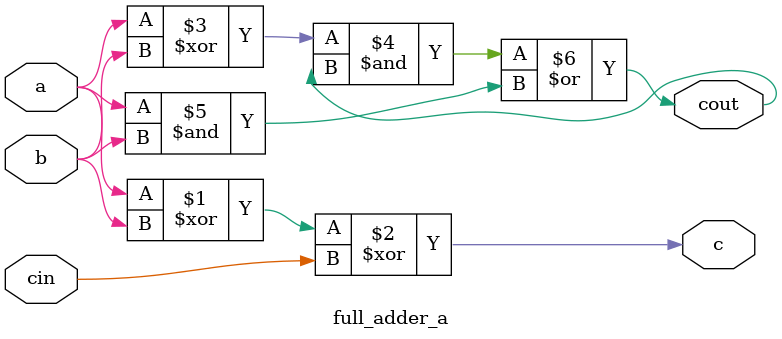
<source format=v>
`timescale 1ns / 1ps

module full_adder_a(
    input a,b,cin, output c, cout
    );
    assign c = (a^b)^cin;
    assign cout = (a^b)&cout | (a&b);
endmodule

</source>
